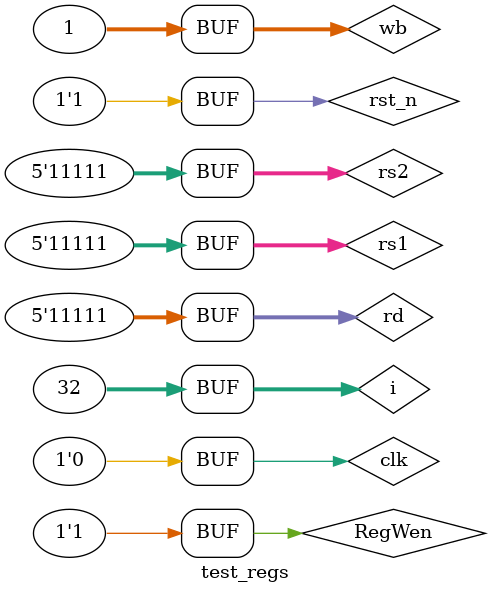
<source format=v>
module test_regs();             
             reg clk, rst_n;
             reg [4:0] rs1, rs2, rd;
             reg [31:0] wb;
             reg RegWen;
             wire [31:0] dataA, dataB;
             localparam T = 20;
             integer i;
             
             regs DUT(.clk(clk), .rst_n(rst_n), .rs1(rs1), .rs2(rs2), .rd(rd), .wb(wb), .RegWen(RegWen), .dataA(dataA), .dataB(dataB));
             
             always
             begin
                clk = 1'b1;
                #(T/2);
                clk = 1'b0;
                #(T/2);
             end
             
             initial
             begin
                rst_n = 1'b0;
                #(T);
                rst_n = 1'b1;
             end
             
             initial
             begin
                 RegWen = 1'b0;
                 rd = 1'b0;
                 wb = 1'b0;
                // kt doc
                for(i = 0; i < 32; i = i + 1)
                begin
                   rs1 = i;
                   rs2 = i;
                   #20;
                end
                wb = 32'b1;
                #200;
                RegWen = 1'b1;
                
               
                for(i = 0; i < 32; i = i + 1)
                begin
                   rd = i;
                   
                   #20;
                end
             end
             
             
           
             
endmodule
                
             

</source>
